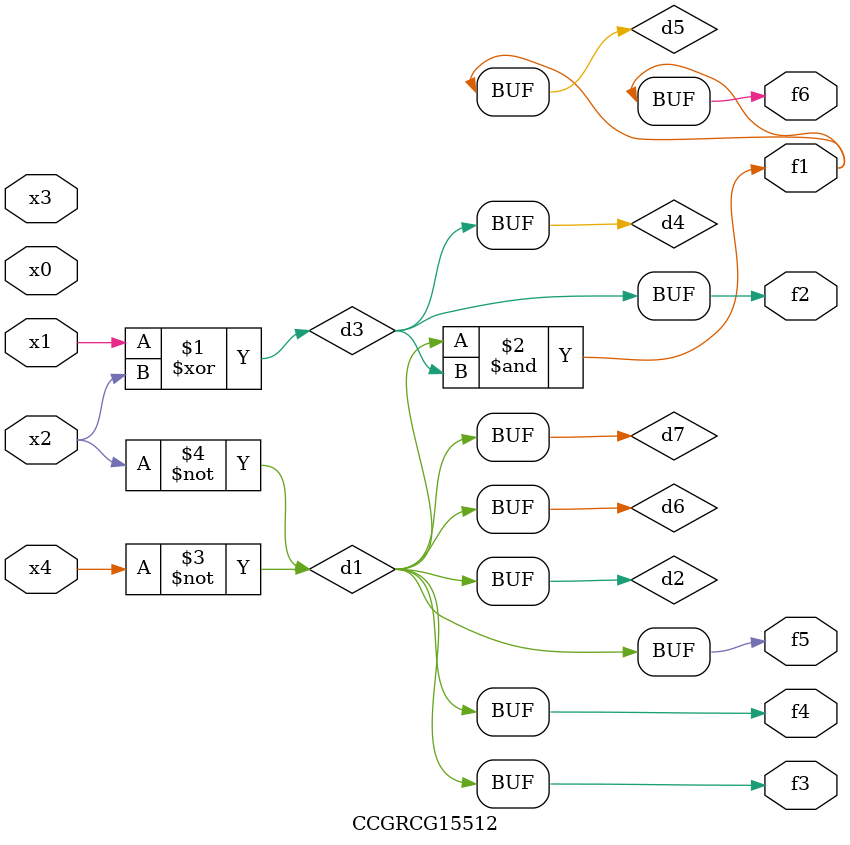
<source format=v>
module CCGRCG15512(
	input x0, x1, x2, x3, x4,
	output f1, f2, f3, f4, f5, f6
);

	wire d1, d2, d3, d4, d5, d6, d7;

	not (d1, x4);
	not (d2, x2);
	xor (d3, x1, x2);
	buf (d4, d3);
	and (d5, d1, d3);
	buf (d6, d1, d2);
	buf (d7, d2);
	assign f1 = d5;
	assign f2 = d4;
	assign f3 = d7;
	assign f4 = d7;
	assign f5 = d7;
	assign f6 = d5;
endmodule

</source>
